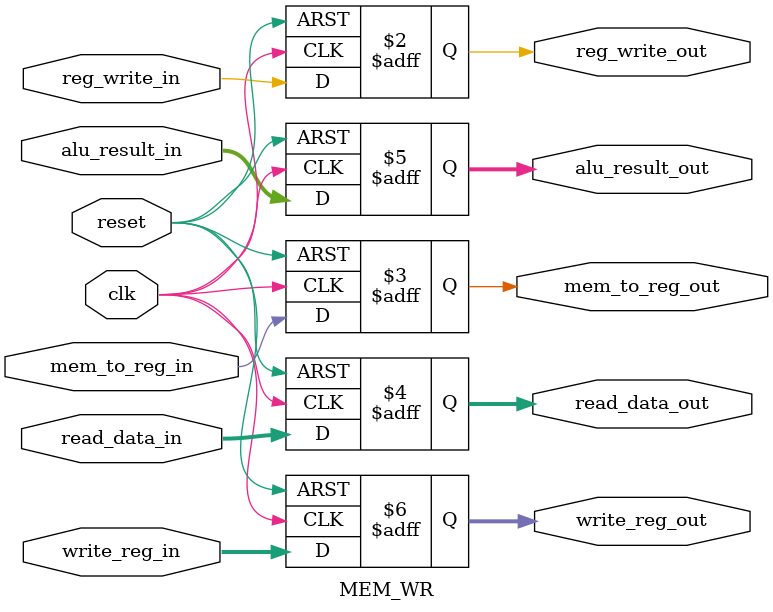
<source format=v>
module MEM_WR(
    input clk,
    input reset,
    // Señales de control
    input reg_write_in, mem_to_reg_in,
    // Datos
    input [31:0] read_data_in,
    input [31:0] alu_result_in,
    input [4:0] write_reg_in,
    
    output reg reg_write_out, mem_to_reg_out,
    output reg [31:0] read_data_out,
    output reg [31:0] alu_result_out,
    output reg [4:0] write_reg_out
);
    always @(posedge clk or posedge reset) begin
        if (reset) begin
            reg_write_out <= 1'b0; mem_to_reg_out <= 1'b0;
            read_data_out <= 32'b0;
            alu_result_out <= 32'b0;
            write_reg_out <= 5'b0;
        end else begin
            reg_write_out <= reg_write_in; mem_to_reg_out <= mem_to_reg_in;
            read_data_out <= read_data_in;
            alu_result_out <= alu_result_in;
            write_reg_out <= write_reg_in;
        end
    end
endmodule

</source>
